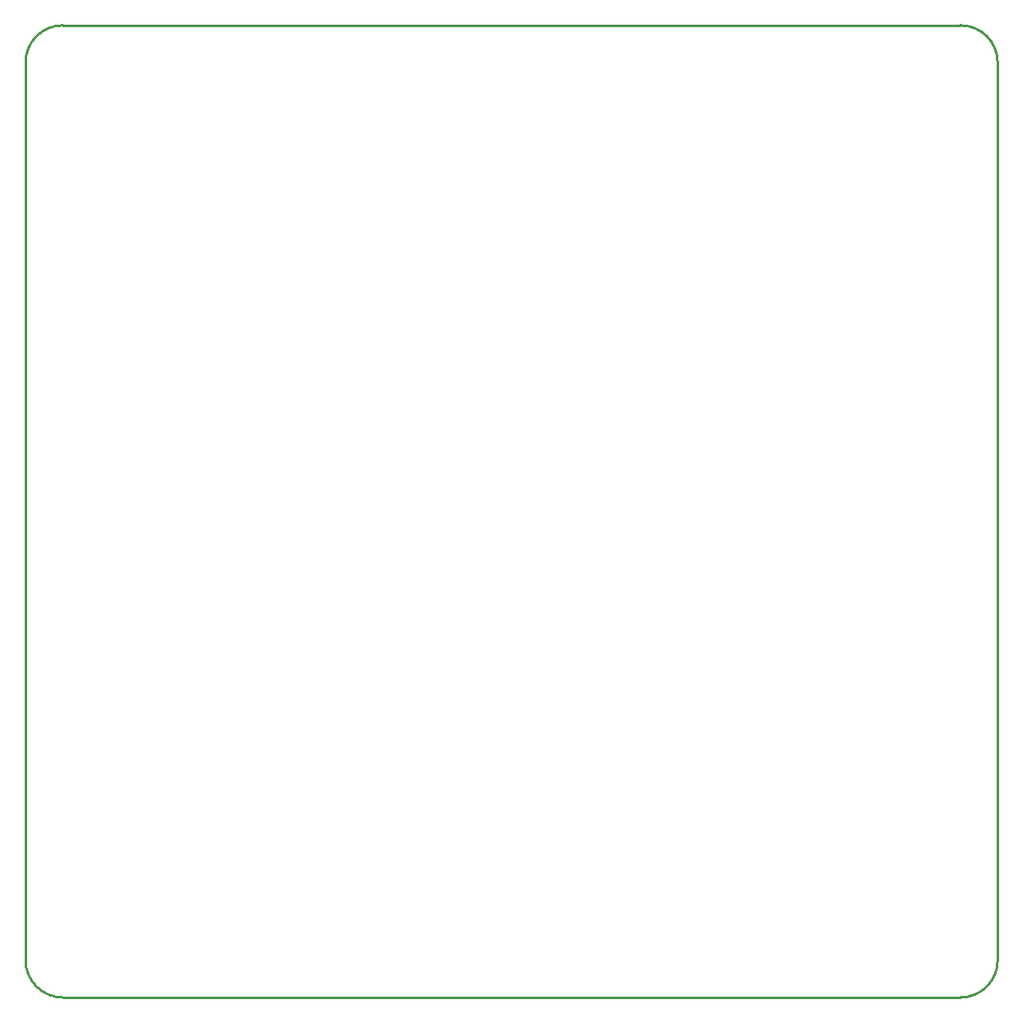
<source format=gm1>
G04*
G04 #@! TF.GenerationSoftware,Altium Limited,Altium Designer,24.10.1 (45)*
G04*
G04 Layer_Color=7058166*
%FSLAX44Y44*%
%MOMM*%
G71*
G04*
G04 #@! TF.SameCoordinates,24BC4850-7E81-497A-B660-34607D59122C*
G04*
G04*
G04 #@! TF.FilePolarity,Positive*
G04*
G01*
G75*
%ADD15C,0.2540*%
D15*
X3540000Y2485900D02*
G03*
X3501900Y2524000I-38100J0D01*
G01*
X3501900Y1524000D02*
G03*
X3540000Y1562100I0J38100D01*
G01*
X2578100Y2524000D02*
G03*
X2540000Y2485900I0J-38100D01*
G01*
X2540000Y1562100D02*
G03*
X2578100Y1524000I38100J0D01*
G01*
X2578100Y2524000D02*
X3501900Y2524000D01*
X3540000Y2485900D02*
X3540000Y1562100D01*
X2540000D02*
X2540000Y2485900D01*
X2578100Y1524000D02*
X3501900Y1524000D01*
M02*

</source>
